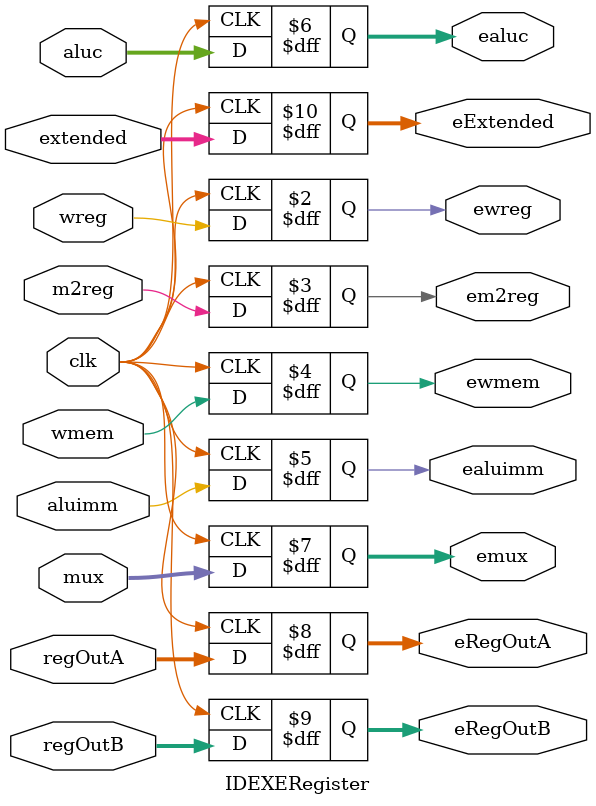
<source format=v>
`timescale 1ns / 1ps


module IDEXERegister(
    input wreg, m2reg, wmem, aluimm, clk,
    input [3:0] aluc,
    input [4:0] mux,
    input [31:0] regOutA, regOutB, extended,
    output reg ewreg, em2reg, ewmem, ealuimm,
    output reg [3:0] ealuc,
    output reg [4:0] emux,
    output reg [31:0] eRegOutA, eRegOutB, eExtended
    );

	//reg wregMem, m2regMem, wmemMem, aluimmMem;
	//reg [3:0] alucMem;
	//reg [4:0] muxMem;
	//reg [31:0] regOutAMem, regOutBMem, extendedMem;

//always @ (posedge clk)
//begin
//	wregMem = wreg;
//	m2regMem = m2reg;
//	wmemMem = wmem;
//	aluimmMem = aluimm;
//	alucMem = aluc;
//	muxMem = mux;
//	regOutAMem = regOutA;
//	regOutBMem = regOutB;
//	extendedMem = extended;	
//end

//always @ (negedge clk)
//begin
//	ewreg = wregMem;
//	em2reg = m2regMem;
//	ewmem = wmemMem;
//	ealuimm = aluimmMem;
//	ealuc = alucMem;
//	emux = muxMem;
//	eRegOutA = regOutAMem;
//	eRegOutB = regOutBMem;
//	eExtended = extendedMem;
//end

always @ (posedge clk)
begin
	ewreg = wreg;
	em2reg = m2reg;
	ewmem = wmem;
	ealuimm = aluimm;
	ealuc = aluc;
	eRegOutA = regOutA;
	eRegOutB = regOutB;
	eExtended = extended;
	emux = mux;
end

endmodule

</source>
